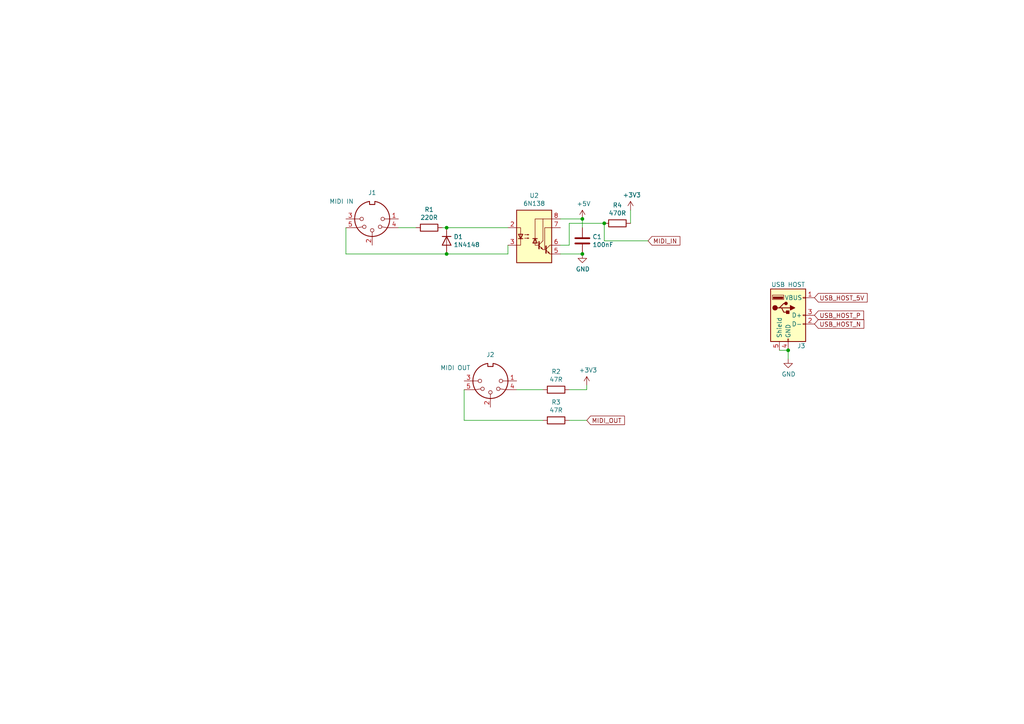
<source format=kicad_sch>
(kicad_sch (version 20211123) (generator eeschema)
  (paper "A4")
  (lib_symbols
    (symbol "Connector:DIN-5_180degree" (pin_names (offset 1.016))
      (property "Reference" "J" (at 3.175 5.715 0))
      (property "Value" "DIN-5_180degree" (at 0 -6.35 0))
      (symbol "DIN-5_180degree_0_1"
        (arc (start -5.08 0) (mid -3.8597 -3.3379) (end -0.762 -5.08) (stroke (width 0.254)))
        (circle (center -3.048 0) (radius 0.508))
        (circle (center -2.286 2.286) (radius 0.508))
        (polyline (pts (xy -5.08 0) (xy -3.556 0)))
        (polyline (pts (xy 0 5.08) (xy 0 3.81)))
        (polyline (pts (xy 5.08 0) (xy 3.556 0)))
        (polyline (pts (xy -5.08 2.54) (xy -4.318 2.54) (xy -2.794 2.286)))
        (polyline (pts (xy 5.08 2.54) (xy 4.318 2.54) (xy 2.794 2.286)))
        (polyline (pts (xy -0.762 -4.953) (xy -0.762 -4.191) (xy 0.762 -4.191) (xy 0.762 -4.953)) (stroke (width 0.254)))
        (circle (center 0 3.302) (radius 0.508))
        (arc (start 0.762 -5.08) (mid 3.8673 -3.3444) (end 5.08 0) (stroke (width 0.254)))
        (circle (center 2.286 2.286) (radius 0.508))
        (circle (center 3.048 0) (radius 0.508))
        (arc (start 5.08 0) (mid 0 5.08) (end -5.08 0) (stroke (width 0.254)))
      )
      (symbol "DIN-5_180degree_1_1"
        (pin passive line (at -7.62 0 0) (length 2.54) (name "~") (number "1"))
        (pin passive line (at 0 7.62 270) (length 2.54) (name "~") (number "2"))
        (pin passive line (at 7.62 0 180) (length 2.54) (name "~") (number "3"))
        (pin passive line (at -7.62 2.54 0) (length 2.54) (name "~") (number "4"))
        (pin passive line (at 7.62 2.54 180) (length 2.54) (name "~") (number "5"))
      )
    )
    (symbol "Connector:USB_A" (pin_names (offset 1.016))
      (property "Reference" "J" (at -5.08 11.43 0))
      (property "Value" "USB_A" (at -5.08 8.89 0))
      (symbol "USB_A_0_1"
        (rectangle (start -5.08 -7.62) (end 5.08 7.62) (stroke (width 0.254)) (fill (type background)))
        (circle (center -3.81 2.159) (radius 0.635) (stroke (width 0.254)) (fill (type outline)))
        (rectangle (start -1.524 4.826) (end -4.318 5.334) (fill (type outline)))
        (rectangle (start -1.27 4.572) (end -4.572 5.842))
        (circle (center -0.635 3.429) (radius 0.381) (stroke (width 0.254)) (fill (type outline)))
        (rectangle (start -0.127 -7.62) (end 0.127 -6.858))
        (polyline (pts (xy -3.175 2.159) (xy -2.54 2.159) (xy -1.27 3.429) (xy -0.635 3.429)) (stroke (width 0.254)))
        (polyline (pts (xy -2.54 2.159) (xy -1.905 2.159) (xy -1.27 0.889) (xy 0 0.889)) (stroke (width 0.254)))
        (polyline (pts (xy 0.635 2.794) (xy 0.635 1.524) (xy 1.905 2.159) (xy 0.635 2.794)) (stroke (width 0.254)) (fill (type outline)))
        (rectangle (start 0.254 1.27) (end -0.508 0.508) (stroke (width 0.254)) (fill (type outline)))
        (rectangle (start 5.08 -2.667) (end 4.318 -2.413))
        (rectangle (start 5.08 -0.127) (end 4.318 0.127))
        (rectangle (start 5.08 4.953) (end 4.318 5.207))
      )
      (symbol "USB_A_1_1"
        (polyline (pts (xy -1.905 2.159) (xy 0.635 2.159)) (stroke (width 0.254)))
        (pin power_in line (at 7.62 5.08 180) (length 2.54) (name "VBUS") (number "1"))
        (pin bidirectional line (at 7.62 -2.54 180) (length 2.54) (name "D-") (number "2"))
        (pin bidirectional line (at 7.62 0 180) (length 2.54) (name "D+") (number "3"))
        (pin power_in line (at 0 -10.16 90) (length 2.54) (name "GND") (number "4"))
        (pin passive line (at -2.54 -10.16 90) (length 2.54) (name "Shield") (number "5"))
      )
    )
    (symbol "Device:C" (pin_numbers hide) (pin_names (offset 0.254))
      (property "Reference" "C" (at 0.635 2.54 0))
      (property "Value" "C" (at 0.635 -2.54 0))
      (symbol "C_0_1"
        (polyline (pts (xy -2.032 -0.762) (xy 2.032 -0.762)) (stroke (width 0.508)))
        (polyline (pts (xy -2.032 0.762) (xy 2.032 0.762)) (stroke (width 0.508)))
      )
      (symbol "C_1_1"
        (pin passive line (at 0 3.81 270) (length 2.794) (name "~") (number "1"))
        (pin passive line (at 0 -3.81 90) (length 2.794) (name "~") (number "2"))
      )
    )
    (symbol "Device:R" (pin_numbers hide) (pin_names (offset 0))
      (property "Reference" "R" (at 2.032 0 90))
      (property "Value" "R" (at 0 0 90))
      (symbol "R_0_1"
        (rectangle (start -1.016 -2.54) (end 1.016 2.54) (stroke (width 0.254)))
      )
      (symbol "R_1_1"
        (pin passive line (at 0 3.81 270) (length 1.27) (name "~") (number "1"))
        (pin passive line (at 0 -3.81 90) (length 1.27) (name "~") (number "2"))
      )
    )
    (symbol "Diode:CD4148W" (pin_numbers hide) (pin_names (offset 1.016) hide)
      (property "Reference" "D" (at 0 2.54 0))
      (property "Value" "CD4148W" (at 0 -2.54 0))
      (symbol "CD4148W_0_1"
        (polyline (pts (xy -1.27 1.27) (xy -1.27 -1.27)) (stroke (width 0.254)))
        (polyline (pts (xy 1.27 0) (xy -1.27 0)))
        (polyline (pts (xy 1.27 1.27) (xy 1.27 -1.27) (xy -1.27 0) (xy 1.27 1.27)) (stroke (width 0.254)))
      )
      (symbol "CD4148W_1_1"
        (pin passive line (at -3.81 0 0) (length 2.54) (name "K") (number "1"))
        (pin passive line (at 3.81 0 180) (length 2.54) (name "A") (number "2"))
      )
    )
    (symbol "Isolator:6N138" (pin_names (offset 1.016) hide)
      (property "Reference" "U" (at -4.064 8.89 0))
      (property "Value" "6N138" (at 2.286 8.89 0))
      (symbol "6N138_0_1"
        (rectangle (start -5.08 7.62) (end 5.08 -7.62) (stroke (width 0.254)) (fill (type background)))
        (polyline (pts (xy -4.572 -0.635) (xy -3.302 -0.635)) (stroke (width 0.254)))
        (polyline (pts (xy 0.889 -0.635) (xy -0.381 -0.635)) (stroke (width 0.254)))
        (polyline (pts (xy 1.397 -2.667) (xy 2.54 -3.81)))
        (polyline (pts (xy 1.397 -2.413) (xy 2.54 -1.27)))
        (polyline (pts (xy 2.54 -3.81) (xy 3.175 -3.81)))
        (polyline (pts (xy 3.429 -3.937) (xy 4.572 -5.08)))
        (polyline (pts (xy 3.429 -3.683) (xy 4.572 -2.54)))
        (polyline (pts (xy 4.572 -5.08) (xy 5.08 -5.08)))
        (polyline (pts (xy 4.572 -2.54) (xy 5.08 -2.54)))
        (polyline (pts (xy 1.397 -1.524) (xy 1.397 -3.556) (xy 1.397 -3.556)) (stroke (width 0.3556)))
        (polyline (pts (xy 2.54 -1.27) (xy 2.54 5.08) (xy 5.08 5.08)))
        (polyline (pts (xy 3.429 -2.794) (xy 3.429 -4.826) (xy 3.429 -4.826)) (stroke (width 0.3556)))
        (polyline (pts (xy 5.08 2.54) (xy 3.048 2.54) (xy 3.048 -3.81)))
        (polyline (pts (xy -5.08 -2.54) (xy -3.937 -2.54) (xy -3.937 2.54) (xy -5.08 2.54)))
        (polyline (pts (xy -3.937 -0.635) (xy -4.572 0.635) (xy -3.302 0.635) (xy -3.937 -0.635)) (stroke (width 0.254)))
        (polyline (pts (xy 0.254 -0.635) (xy 0.889 -1.905) (xy -0.381 -1.905) (xy 0.254 -0.635)) (stroke (width 0.254)))
        (polyline (pts (xy 1.27 -2.54) (xy 0.254 -2.54) (xy 0.254 5.08) (xy 2.54 5.08)))
        (polyline (pts (xy 2.413 -3.683) (xy 2.159 -3.175) (xy 1.905 -3.429) (xy 2.413 -3.683)))
        (polyline (pts (xy 4.445 -4.953) (xy 4.191 -4.445) (xy 3.937 -4.699) (xy 4.445 -4.953)))
        (polyline (pts (xy -2.794 -0.508) (xy -1.524 -0.508) (xy -1.905 -0.635) (xy -1.905 -0.381) (xy -1.524 -0.508)))
        (polyline (pts (xy -2.794 0.508) (xy -1.524 0.508) (xy -1.905 0.381) (xy -1.905 0.635) (xy -1.524 0.508)))
      )
      (symbol "6N138_1_1"
        (pin no_connect line (at -5.08 5.08 0) (length 2.54) hide (name "NC") (number "1"))
        (pin passive line (at -7.62 2.54 0) (length 2.54) (name "C1") (number "2"))
        (pin passive line (at -7.62 -2.54 0) (length 2.54) (name "C2") (number "3"))
        (pin no_connect line (at -5.08 -5.08 0) (length 2.54) hide (name "NC") (number "4"))
        (pin passive line (at 7.62 -5.08 180) (length 2.54) (name "GND") (number "5"))
        (pin passive line (at 7.62 -2.54 180) (length 2.54) (name "VO2") (number "6"))
        (pin passive line (at 7.62 2.54 180) (length 2.54) (name "VO1") (number "7"))
        (pin passive line (at 7.62 5.08 180) (length 2.54) (name "VCC") (number "8"))
      )
    )
    (symbol "power:+3V3" (power) (pin_names (offset 0))
      (property "Value" "+3V3" (at 0 3.556 0))
      (symbol "+3V3_0_1"
        (polyline (pts (xy -0.762 1.27) (xy 0 2.54)))
        (polyline (pts (xy 0 0) (xy 0 2.54)))
        (polyline (pts (xy 0 2.54) (xy 0.762 1.27)))
      )
      (symbol "+3V3_1_1"
        (pin power_in line (at 0 0 90) (length 0) hide (name "+3V3") (number "1"))
      )
    )
    (symbol "power:+5V" (power) (pin_names (offset 0))
      (property "Value" "+5V" (at 0 3.556 0))
      (symbol "+5V_0_1"
        (polyline (pts (xy -0.762 1.27) (xy 0 2.54)))
        (polyline (pts (xy 0 0) (xy 0 2.54)))
        (polyline (pts (xy 0 2.54) (xy 0.762 1.27)))
      )
      (symbol "+5V_1_1"
        (pin power_in line (at 0 0 90) (length 0) hide (name "+5V") (number "1"))
      )
    )
    (symbol "power:GND" (power) (pin_names (offset 0))
      (property "Value" "GND" (at 0 -3.81 0))
      (symbol "GND_0_1"
        (polyline (pts (xy 0 0) (xy 0 -1.27) (xy 1.27 -1.27) (xy 0 -2.54) (xy -1.27 -1.27) (xy 0 -1.27)))
      )
      (symbol "GND_1_1"
        (pin power_in line (at 0 0 270) (length 0) hide (name "GND") (number "1"))
      )
    )
  )
  (junction (at 175.26 64.77))
  (junction (at 168.91 73.66))
  (junction (at 129.54 73.66))
  (junction (at 168.91 63.5))
  (junction (at 228.6 101.6))
  (junction (at 129.54 66.04))
  (wire (pts (xy 228.6 101.6) (xy 228.6 104.14)))
  (wire (pts (xy 165.1 64.77) (xy 175.26 64.77)))
  (wire (pts (xy 170.18 113.03) (xy 165.1 113.03)))
  (wire (pts (xy 129.54 73.66) (xy 147.32 73.66)))
  (wire (pts (xy 134.62 121.92) (xy 157.48 121.92)))
  (wire (pts (xy 165.1 121.92) (xy 170.18 121.92)))
  (wire (pts (xy 165.1 71.12) (xy 165.1 64.77)))
  (wire (pts (xy 226.06 101.6) (xy 228.6 101.6)))
  (wire (pts (xy 168.91 66.04) (xy 168.91 63.5)))
  (wire (pts (xy 128.27 66.04) (xy 129.54 66.04)))
  (wire (pts (xy 162.56 71.12) (xy 165.1 71.12)))
  (wire (pts (xy 134.62 113.03) (xy 134.62 121.92)))
  (wire (pts (xy 182.88 64.77) (xy 182.88 60.96)))
  (wire (pts (xy 162.56 73.66) (xy 168.91 73.66)))
  (wire (pts (xy 100.33 66.04) (xy 100.33 73.66)))
  (wire (pts (xy 120.65 66.04) (xy 115.57 66.04)))
  (wire (pts (xy 175.26 64.77) (xy 175.26 69.85)))
  (wire (pts (xy 170.18 111.76) (xy 170.18 113.03)))
  (wire (pts (xy 147.32 66.04) (xy 129.54 66.04)))
  (wire (pts (xy 100.33 73.66) (xy 129.54 73.66)))
  (wire (pts (xy 157.48 113.03) (xy 149.86 113.03)))
  (wire (pts (xy 175.26 69.85) (xy 187.96 69.85)))
  (wire (pts (xy 147.32 73.66) (xy 147.32 71.12)))
  (wire (pts (xy 162.56 63.5) (xy 168.91 63.5)))
  (global_label "MIDI_OUT" (shape input) (at 170.18 121.92 0) (property "Intersheet References" "${INTERSHEET_REFS}" (effects hide)))
  (global_label "USB_HOST_5V" (shape input) (at 236.22 86.36 0) (property "Intersheet References" "${INTERSHEET_REFS}" (effects hide)))
  (global_label "MIDI_IN" (shape input) (at 187.96 69.85 0) (property "Intersheet References" "${INTERSHEET_REFS}" (effects hide)))
  (global_label "USB_HOST_N" (shape input) (at 236.22 93.98 0) (property "Intersheet References" "${INTERSHEET_REFS}" (effects hide)))
  (global_label "USB_HOST_P" (shape input) (at 236.22 91.44 0) (property "Intersheet References" "${INTERSHEET_REFS}" (effects hide)))
  (symbol (lib_id "Connector:DIN-5_180degree") (at 107.95 63.5 180) (unit 1)
    (property "Reference" "J1" (at 107.95 55.88 0))
    (property "Value" "MIDI IN" (at 99.06 58.42 0))
    (property "Footprint" "esp32s2:DJ005" (effects hide))
    (property "Datasheet" "http://www.mouser.com/ds/2/18/40_c091_abd_e-75918.pdf" (effects hide))
  )
  (symbol (lib_id "Connector:DIN-5_180degree") (at 142.24 110.49 180) (unit 1)
    (property "Reference" "J2" (at 142.24 102.87 0))
    (property "Value" "MIDI OUT" (at 132.08 106.68 0))
    (property "Footprint" "esp32s2:DJ005" (effects hide))
    (property "Datasheet" "http://www.mouser.com/ds/2/18/40_c091_abd_e-75918.pdf" (effects hide))
  )
  (symbol (lib_id "Isolator:6N138") (at 154.94 68.58 0) (unit 1)
    (property "Reference" "U2" (at 154.94 56.7182 0))
    (property "Value" "6N138" (at 154.94 59.0296 0))
    (property "Footprint" "Package_DIP:DIP-8_W8.89mm_SMDSocket_LongPads" (effects hide))
    (property "Datasheet" "http://www.onsemi.com/pub/Collateral/HCPL2731-D.pdf" (effects hide))
  )
  (symbol (lib_id "Diode:CD4148W") (at 129.54 69.85 270) (unit 1)
    (property "Reference" "D1" (at 131.572 68.6816 90) (effects (justify left)))
    (property "Value" "1N4148" (at 131.572 70.993 90) (effects (justify left)))
    (property "Footprint" "Diode_SMD:D_0805_2012Metric" (effects hide))
    (property "Datasheet" "https://www.dccomponents.com/upload/product/original/806236332588.pdf" (effects hide))
  )
  (symbol (lib_id "Device:R") (at 124.46 66.04 270) (unit 1)
    (property "Reference" "R1" (at 124.46 60.7822 90))
    (property "Value" "220R" (at 124.46 63.0936 90))
    (property "Footprint" "Resistor_SMD:R_0805_2012Metric" (effects hide))
  )
  (symbol (lib_id "Device:C") (at 168.91 69.85 0) (unit 1)
    (property "Reference" "C1" (at 171.831 68.6816 0) (effects (justify left)))
    (property "Value" "100nF" (at 171.831 70.993 0) (effects (justify left)))
    (property "Footprint" "Capacitor_SMD:C_0805_2012Metric" (effects hide))
  )
  (symbol (lib_id "Device:R") (at 179.07 64.77 270) (unit 1)
    (property "Reference" "R4" (at 179.07 59.5122 90))
    (property "Value" "470R" (at 179.07 61.8236 90))
    (property "Footprint" "Resistor_SMD:R_0805_2012Metric" (effects hide))
  )
  (symbol (lib_id "power:+5V") (at 168.91 63.5 0) (unit 1)
    (property "Reference" "#PWR01" (effects hide))
    (property "Value" "+5V" (at 169.291 59.1058 0))
  )
  (symbol (lib_id "power:GND") (at 168.91 73.66 0) (unit 1)
    (property "Reference" "#PWR02" (effects hide))
    (property "Value" "GND" (at 169.037 78.0542 0))
  )
  (symbol (lib_id "power:+3V3") (at 182.88 60.96 0) (unit 1)
    (property "Reference" "#PWR04" (effects hide))
    (property "Value" "+3V3" (at 183.261 56.5658 0))
  )
  (symbol (lib_id "Device:R") (at 161.29 113.03 270) (unit 1)
    (property "Reference" "R2" (at 161.29 107.7722 90))
    (property "Value" "47R" (at 161.29 110.0836 90))
    (property "Footprint" "Resistor_SMD:R_0805_2012Metric" (effects hide))
  )
  (symbol (lib_id "Device:R") (at 161.29 121.92 270) (unit 1)
    (property "Reference" "R3" (at 161.29 116.6622 90))
    (property "Value" "47R" (at 161.29 118.9736 90))
    (property "Footprint" "Resistor_SMD:R_0805_2012Metric" (effects hide))
  )
  (symbol (lib_id "power:+3V3") (at 170.18 111.76 0) (unit 1)
    (property "Reference" "#PWR03" (effects hide))
    (property "Value" "+3V3" (at 170.561 107.3658 0))
  )
  (symbol (lib_id "Connector:USB_A") (at 228.6 91.44 0) (unit 1)
    (property "Reference" "J3" (at 232.41 100.33 0))
    (property "Value" "USB HOST" (at 228.6 82.55 0))
    (property "Footprint" "Connector_USB:USB_A_Stewart_SS-52100-001_Horizontal" (effects hide))
    (property "Datasheet" " ~" (effects hide))
  )
  (symbol (lib_id "power:GND") (at 228.6 104.14 0) (unit 1)
    (property "Reference" "#PWR05" (effects hide))
    (property "Value" "GND" (at 228.727 108.5342 0))
  )
)
</source>
